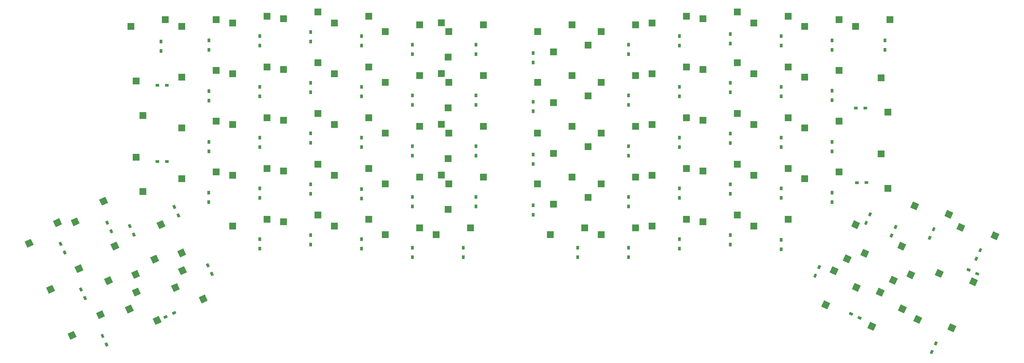
<source format=gbp>
%TF.GenerationSoftware,KiCad,Pcbnew,(5.1.9)-1*%
%TF.CreationDate,2021-02-19T15:09:25+09:00*%
%TF.ProjectId,ErgoDOX,4572676f-444f-4582-9e6b-696361645f70,rev?*%
%TF.SameCoordinates,Original*%
%TF.FileFunction,Paste,Bot*%
%TF.FilePolarity,Positive*%
%FSLAX46Y46*%
G04 Gerber Fmt 4.6, Leading zero omitted, Abs format (unit mm)*
G04 Created by KiCad (PCBNEW (5.1.9)-1) date 2021-02-19 15:09:25*
%MOMM*%
%LPD*%
G01*
G04 APERTURE LIST*
%ADD10R,2.550000X2.500000*%
%ADD11C,0.150000*%
%ADD12R,2.500000X2.550000*%
%ADD13R,1.000000X1.400000*%
%ADD14R,1.400000X1.000000*%
G04 APERTURE END LIST*
D10*
%TO.C,SW2:11*%
X153574750Y-116151660D03*
X140647750Y-118691660D03*
%TD*%
%TO.C,SW5:7*%
X77374750Y-60274200D03*
X64447750Y-62814200D03*
%TD*%
%TO.C,SW1:13*%
X191674750Y-138376660D03*
X178747750Y-140916660D03*
%TD*%
D11*
%TO.C,D0:9*%
G36*
X46530217Y-161936168D02*
G01*
X45623909Y-162358787D01*
X45032243Y-161089956D01*
X45938551Y-160667337D01*
X46530217Y-161936168D01*
G37*
G36*
X48033202Y-165153321D02*
G01*
X47126894Y-165575940D01*
X46535228Y-164307109D01*
X47441536Y-163884490D01*
X48033202Y-165153321D01*
G37*
%TD*%
D12*
%TO.C,SW3:132*%
X180746400Y-99517200D03*
X183286400Y-112444200D03*
%TD*%
D10*
%TO.C,SW3:10*%
X134524750Y-95504000D03*
X121597750Y-98044000D03*
%TD*%
%TO.C,SW3:8*%
X96424750Y-98371660D03*
X83497750Y-100911660D03*
%TD*%
%TO.C,SW4:12*%
X172624750Y-81226660D03*
X159697750Y-83766660D03*
%TD*%
D11*
%TO.C,SX0:2*%
G36*
X345676938Y-164244464D02*
G01*
X343411169Y-163187919D01*
X344488846Y-160876834D01*
X346754615Y-161933379D01*
X345676938Y-164244464D01*
G37*
G36*
X342515774Y-177033755D02*
G01*
X340250005Y-175977210D01*
X341327682Y-173666125D01*
X343593451Y-174722670D01*
X342515774Y-177033755D01*
G37*
%TD*%
D12*
%TO.C,SW4:6*%
X347980000Y-95021400D03*
X345440000Y-82094400D03*
%TD*%
D10*
%TO.C,SW5:4*%
X310642000Y-59004200D03*
X297715000Y-61544200D03*
%TD*%
%TO.C,SW2:2*%
X272542000Y-116154200D03*
X259615000Y-118694200D03*
%TD*%
%TO.C,SW5:2*%
X272542000Y-59004200D03*
X259615000Y-61544200D03*
%TD*%
%TO.C,SW1:1*%
X253492000Y-138379200D03*
X240565000Y-140919200D03*
%TD*%
D11*
%TO.C,SX0:3*%
G36*
X328404938Y-156192664D02*
G01*
X326139169Y-155136119D01*
X327216846Y-152825034D01*
X329482615Y-153881579D01*
X328404938Y-156192664D01*
G37*
G36*
X325243774Y-168981955D02*
G01*
X322978005Y-167925410D01*
X324055682Y-165614325D01*
X326321451Y-166670870D01*
X325243774Y-168981955D01*
G37*
%TD*%
%TO.C,SX1:5*%
G36*
X336456738Y-138920664D02*
G01*
X334190969Y-137864119D01*
X335268646Y-135553034D01*
X337534415Y-136609579D01*
X336456738Y-138920664D01*
G37*
G36*
X333295574Y-151709955D02*
G01*
X331029805Y-150653410D01*
X332107482Y-148342325D01*
X334373251Y-149398870D01*
X333295574Y-151709955D01*
G37*
%TD*%
%TO.C,SW0:3*%
G36*
X335525662Y-159072136D02*
G01*
X337791431Y-160128681D01*
X336713754Y-162439766D01*
X334447985Y-161383221D01*
X335525662Y-159072136D01*
G37*
G36*
X338686826Y-146282845D02*
G01*
X340952595Y-147339390D01*
X339874918Y-149650475D01*
X337609149Y-148593930D01*
X338686826Y-146282845D01*
G37*
%TD*%
%TO.C,SX1:6*%
G36*
X353728738Y-146972464D02*
G01*
X351462969Y-145915919D01*
X352540646Y-143604834D01*
X354806415Y-144661379D01*
X353728738Y-146972464D01*
G37*
G36*
X350567574Y-159761755D02*
G01*
X348301805Y-158705210D01*
X349379482Y-156394125D01*
X351645251Y-157450670D01*
X350567574Y-159761755D01*
G37*
%TD*%
%TO.C,SW0:2*%
G36*
X352772262Y-167123936D02*
G01*
X355038031Y-168180481D01*
X353960354Y-170491566D01*
X351694585Y-169435021D01*
X352772262Y-167123936D01*
G37*
G36*
X355933426Y-154334645D02*
G01*
X358199195Y-155391190D01*
X357121518Y-157702275D01*
X354855749Y-156645730D01*
X355933426Y-154334645D01*
G37*
%TD*%
%TO.C,SW0:1*%
G36*
X370222336Y-176512938D02*
G01*
X371278881Y-174247169D01*
X373589966Y-175324846D01*
X372533421Y-177590615D01*
X370222336Y-176512938D01*
G37*
G36*
X357433045Y-173351774D02*
G01*
X358489590Y-171086005D01*
X360800675Y-172163682D01*
X359744130Y-174429451D01*
X357433045Y-173351774D01*
G37*
%TD*%
%TO.C,SW0:4*%
G36*
X378299536Y-159240938D02*
G01*
X379356081Y-156975169D01*
X381667166Y-158052846D01*
X380610621Y-160318615D01*
X378299536Y-159240938D01*
G37*
G36*
X365510245Y-156079774D02*
G01*
X366566790Y-153814005D01*
X368877875Y-154891682D01*
X367821330Y-157157451D01*
X365510245Y-156079774D01*
G37*
%TD*%
%TO.C,SW0:6*%
G36*
X386351336Y-141968938D02*
G01*
X387407881Y-139703169D01*
X389718966Y-140780846D01*
X388662421Y-143046615D01*
X386351336Y-141968938D01*
G37*
G36*
X373562045Y-138807774D02*
G01*
X374618590Y-136542005D01*
X376929675Y-137619682D01*
X375873130Y-139885451D01*
X373562045Y-138807774D01*
G37*
%TD*%
%TO.C,SW0:5*%
G36*
X369079336Y-133917138D02*
G01*
X370135881Y-131651369D01*
X372446966Y-132729046D01*
X371390421Y-134994815D01*
X369079336Y-133917138D01*
G37*
G36*
X356290045Y-130755974D02*
G01*
X357346590Y-128490205D01*
X359657675Y-129567882D01*
X358601130Y-131833651D01*
X356290045Y-130755974D01*
G37*
%TD*%
D10*
%TO.C,SW1:0*%
X234442000Y-138379200D03*
X221515000Y-140919200D03*
%TD*%
%TO.C,SW3:5*%
X329692000Y-98374200D03*
X316765000Y-100914200D03*
%TD*%
%TO.C,SW3:4*%
X310642000Y-97104200D03*
X297715000Y-99644200D03*
%TD*%
%TO.C,SW3:3*%
X291592000Y-95504000D03*
X278665000Y-98044000D03*
%TD*%
%TO.C,SW3:14*%
X222758000Y-110439200D03*
X235685000Y-107899200D03*
%TD*%
%TO.C,SW3:2*%
X272542000Y-97104200D03*
X259615000Y-99644200D03*
%TD*%
%TO.C,SW3:1*%
X253492000Y-100279200D03*
X240565000Y-102819200D03*
%TD*%
%TO.C,SW3:0*%
X229666800Y-100279200D03*
X216739800Y-102819200D03*
%TD*%
%TO.C,SW1:4*%
X310642000Y-135204200D03*
X297715000Y-137744200D03*
%TD*%
%TO.C,SW1:3*%
X291592000Y-133604000D03*
X278665000Y-136144000D03*
%TD*%
%TO.C,SW1:2*%
X272542000Y-135204200D03*
X259615000Y-137744200D03*
%TD*%
%TO.C,SW2:14*%
X222758000Y-129489200D03*
X235685000Y-126949200D03*
%TD*%
D12*
%TO.C,SW2:6*%
X347980000Y-123571000D03*
X345440000Y-110644000D03*
%TD*%
D10*
%TO.C,SW2:5*%
X329692000Y-117424200D03*
X316765000Y-119964200D03*
%TD*%
%TO.C,SW2:4*%
X310642000Y-116154200D03*
X297715000Y-118694200D03*
%TD*%
%TO.C,SW2:3*%
X291592000Y-114554000D03*
X278665000Y-117094000D03*
%TD*%
%TO.C,SW2:1*%
X253492000Y-119329200D03*
X240565000Y-121869200D03*
%TD*%
%TO.C,SW2:0*%
X229666800Y-119329200D03*
X216739800Y-121869200D03*
%TD*%
%TO.C,SW4:14*%
X222758000Y-91389200D03*
X235685000Y-88849200D03*
%TD*%
%TO.C,SW4:0*%
X229692200Y-81229200D03*
X216765200Y-83769200D03*
%TD*%
%TO.C,SW4:3*%
X291592000Y-76454000D03*
X278665000Y-78994000D03*
%TD*%
%TO.C,SW4:5*%
X329692000Y-79324200D03*
X316765000Y-81864200D03*
%TD*%
%TO.C,SW4:4*%
X310642000Y-78054200D03*
X297715000Y-80594200D03*
%TD*%
%TO.C,SW4:2*%
X272542000Y-78054200D03*
X259615000Y-80594200D03*
%TD*%
%TO.C,SW4:1*%
X253492000Y-81229200D03*
X240565000Y-83769200D03*
%TD*%
%TO.C,SW5:14*%
X222732600Y-72339200D03*
X235659600Y-69799200D03*
%TD*%
%TO.C,SW5:0*%
X229692200Y-62179200D03*
X216765200Y-64719200D03*
%TD*%
D13*
%TO.C,D5:0*%
X215103710Y-72839580D03*
X215106250Y-76390500D03*
%TD*%
D10*
%TO.C,SW5:6*%
X348742000Y-60274200D03*
X335815000Y-62814200D03*
%TD*%
%TO.C,SW5:5*%
X329692000Y-60274200D03*
X316765000Y-62814200D03*
%TD*%
%TO.C,SW5:3*%
X291592000Y-57404000D03*
X278665000Y-59944000D03*
%TD*%
%TO.C,SW5:1*%
X253492000Y-62179200D03*
X240565000Y-64719200D03*
%TD*%
D11*
%TO.C,SX0:10*%
G36*
X89875306Y-164473419D02*
G01*
X92141075Y-163416874D01*
X93218752Y-165727959D01*
X90952983Y-166784504D01*
X89875306Y-164473419D01*
G37*
G36*
X82110098Y-153831029D02*
G01*
X84375867Y-152774484D01*
X85453544Y-155085569D01*
X83187775Y-156142114D01*
X82110098Y-153831029D01*
G37*
%TD*%
%TO.C,SX1:8*%
G36*
X81823506Y-147206499D02*
G01*
X84089275Y-146149954D01*
X85166952Y-148461039D01*
X82901183Y-149517584D01*
X81823506Y-147206499D01*
G37*
G36*
X74058298Y-136564109D02*
G01*
X76324067Y-135507564D01*
X77401744Y-137818649D01*
X75135975Y-138875194D01*
X74058298Y-136564109D01*
G37*
%TD*%
%TO.C,SW0:10*%
G36*
X75044354Y-150799001D02*
G01*
X72778585Y-151855546D01*
X71700908Y-149544461D01*
X73966677Y-148487916D01*
X75044354Y-150799001D01*
G37*
G36*
X82809562Y-161441391D02*
G01*
X80543793Y-162497936D01*
X79466116Y-160186851D01*
X81731885Y-159130306D01*
X82809562Y-161441391D01*
G37*
%TD*%
%TO.C,SX0:11*%
G36*
X72608386Y-172522679D02*
G01*
X74874155Y-171466134D01*
X75951832Y-173777219D01*
X73686063Y-174833764D01*
X72608386Y-172522679D01*
G37*
G36*
X64843178Y-161880289D02*
G01*
X67108947Y-160823744D01*
X68186624Y-163134829D01*
X65920855Y-164191374D01*
X64843178Y-161880289D01*
G37*
%TD*%
%TO.C,SX1:7*%
G36*
X64559126Y-155258299D02*
G01*
X66824895Y-154201754D01*
X67902572Y-156512839D01*
X65636803Y-157569384D01*
X64559126Y-155258299D01*
G37*
G36*
X56793918Y-144615909D02*
G01*
X59059687Y-143559364D01*
X60137364Y-145870449D01*
X57871595Y-146926994D01*
X56793918Y-144615909D01*
G37*
%TD*%
%TO.C,SW0:11*%
G36*
X57779974Y-158850801D02*
G01*
X55514205Y-159907346D01*
X54436528Y-157596261D01*
X56702297Y-156539716D01*
X57779974Y-158850801D01*
G37*
G36*
X65545182Y-169493191D02*
G01*
X63279413Y-170549736D01*
X62201736Y-168238651D01*
X64467505Y-167182106D01*
X65545182Y-169493191D01*
G37*
%TD*%
%TO.C,SW0:12*%
G36*
X52463229Y-172652744D02*
G01*
X51406684Y-170386975D01*
X53717769Y-169309298D01*
X54774314Y-171575067D01*
X52463229Y-172652744D01*
G37*
G36*
X41820839Y-180417952D02*
G01*
X40764294Y-178152183D01*
X43075379Y-177074506D01*
X44131924Y-179340275D01*
X41820839Y-180417952D01*
G37*
%TD*%
%TO.C,SW0:9*%
G36*
X44411429Y-155385824D02*
G01*
X43354884Y-153120055D01*
X45665969Y-152042378D01*
X46722514Y-154308147D01*
X44411429Y-155385824D01*
G37*
G36*
X33769039Y-163151032D02*
G01*
X32712494Y-160885263D01*
X35023579Y-159807586D01*
X36080124Y-162073355D01*
X33769039Y-163151032D01*
G37*
%TD*%
%TO.C,SW0:7*%
G36*
X36362169Y-138121444D02*
G01*
X35305624Y-135855675D01*
X37616709Y-134777998D01*
X38673254Y-137043767D01*
X36362169Y-138121444D01*
G37*
G36*
X25719779Y-145886652D02*
G01*
X24663234Y-143620883D01*
X26974319Y-142543206D01*
X28030864Y-144808975D01*
X25719779Y-145886652D01*
G37*
%TD*%
%TO.C,SW0:8*%
G36*
X53626549Y-130072184D02*
G01*
X52570004Y-127806415D01*
X54881089Y-126728738D01*
X55937634Y-128994507D01*
X53626549Y-130072184D01*
G37*
G36*
X42984159Y-137837392D02*
G01*
X41927614Y-135571623D01*
X44238699Y-134493946D01*
X45295244Y-136759715D01*
X42984159Y-137837392D01*
G37*
%TD*%
D10*
%TO.C,SW1:12*%
X172624750Y-138376660D03*
X159697750Y-140916660D03*
%TD*%
%TO.C,SW1:11*%
X153574750Y-135201660D03*
X140647750Y-137741660D03*
%TD*%
%TO.C,SW1:10*%
X134524750Y-133604000D03*
X121597750Y-136144000D03*
%TD*%
%TO.C,SW1:9*%
X115474750Y-135201660D03*
X102547750Y-137741660D03*
%TD*%
D12*
%TO.C,SW2:132*%
X180746400Y-118567200D03*
X183286400Y-131494200D03*
%TD*%
D10*
%TO.C,SW2:13*%
X196437250Y-119326660D03*
X183510250Y-121866660D03*
%TD*%
%TO.C,SW2:9*%
X115474750Y-116151660D03*
X102547750Y-118691660D03*
%TD*%
%TO.C,SW2:12*%
X172624750Y-119326660D03*
X159697750Y-121866660D03*
%TD*%
%TO.C,SW2:10*%
X134524750Y-114554000D03*
X121597750Y-117094000D03*
%TD*%
%TO.C,SW2:8*%
X96424750Y-117421660D03*
X83497750Y-119961660D03*
%TD*%
D12*
%TO.C,SW2:7*%
X66452750Y-111897160D03*
X68992750Y-124824160D03*
%TD*%
D10*
%TO.C,SW3:13*%
X196437250Y-100276660D03*
X183510250Y-102816660D03*
%TD*%
%TO.C,SW3:12*%
X172624750Y-100276660D03*
X159697750Y-102816660D03*
%TD*%
%TO.C,SW3:11*%
X153574750Y-97101660D03*
X140647750Y-99641660D03*
%TD*%
%TO.C,SW3:9*%
X115474750Y-97101660D03*
X102547750Y-99641660D03*
%TD*%
%TO.C,SW4:11*%
X153574750Y-78051660D03*
X140647750Y-80591660D03*
%TD*%
D12*
%TO.C,SW4:132*%
X180746400Y-80464660D03*
X183286400Y-93391660D03*
%TD*%
D10*
%TO.C,SW4:13*%
X196437250Y-81226660D03*
X183510250Y-83766660D03*
%TD*%
%TO.C,SW4:10*%
X134524750Y-76454000D03*
X121597750Y-78994000D03*
%TD*%
%TO.C,SW4:9*%
X115474750Y-78051660D03*
X102547750Y-80591660D03*
%TD*%
%TO.C,SW4:8*%
X96424750Y-79321660D03*
X83497750Y-81861660D03*
%TD*%
D12*
%TO.C,SW4:7*%
X66452750Y-83322160D03*
X68992750Y-96249160D03*
%TD*%
D10*
%TO.C,SW5:13*%
X196437250Y-62179200D03*
X183510250Y-64719200D03*
%TD*%
D12*
%TO.C,SW5:132*%
X180746400Y-61417200D03*
X183286400Y-74344200D03*
%TD*%
D13*
%TO.C,D5:13*%
X193672460Y-69664580D03*
X193675000Y-73215500D03*
%TD*%
D10*
%TO.C,SW5:12*%
X172624750Y-62179200D03*
X159697750Y-64719200D03*
%TD*%
%TO.C,SW5:11*%
X153574750Y-59001660D03*
X140647750Y-61541660D03*
%TD*%
%TO.C,SW5:10*%
X134524750Y-57404000D03*
X121597750Y-59944000D03*
%TD*%
D13*
%TO.C,D5:12*%
X169859960Y-69664580D03*
X169862500Y-73215500D03*
%TD*%
%TO.C,D5:11*%
X150809960Y-66489580D03*
X150812500Y-70040500D03*
%TD*%
%TO.C,D5:10*%
X131759960Y-64902080D03*
X131762500Y-68453000D03*
%TD*%
%TO.C,D5:9*%
X112709960Y-66489580D03*
X112712500Y-70040500D03*
%TD*%
%TO.C,D5:8*%
X93659960Y-68077080D03*
X93662500Y-71628000D03*
%TD*%
%TO.C,D5:7*%
X75740260Y-68483480D03*
X75742800Y-72034400D03*
%TD*%
%TO.C,D5:1*%
X250822460Y-69664580D03*
X250825000Y-73215500D03*
%TD*%
%TO.C,D5:2*%
X269872460Y-66489580D03*
X269875000Y-70040500D03*
%TD*%
%TO.C,D5:3*%
X288922460Y-65695830D03*
X288925000Y-69246750D03*
%TD*%
%TO.C,D5:4*%
X307972460Y-66489580D03*
X307975000Y-70040500D03*
%TD*%
%TO.C,D5:5*%
X327022460Y-68077080D03*
X327025000Y-71628000D03*
%TD*%
%TO.C,D5:6*%
X346866210Y-68077080D03*
X346868750Y-71628000D03*
%TD*%
%TO.C,D4:0*%
X215103710Y-91095830D03*
X215106250Y-94646750D03*
%TD*%
%TO.C,D4:13*%
X193672460Y-88714580D03*
X193675000Y-92265500D03*
%TD*%
%TO.C,D4:12*%
X169859960Y-88714580D03*
X169862500Y-92265500D03*
%TD*%
%TO.C,D4:11*%
X150809960Y-85539580D03*
X150812500Y-89090500D03*
%TD*%
%TO.C,D4:10*%
X131759960Y-83952080D03*
X131762500Y-87503000D03*
%TD*%
%TO.C,D4:9*%
X112709960Y-85539580D03*
X112712500Y-89090500D03*
%TD*%
%TO.C,D4:8*%
X93659960Y-87127080D03*
X93662500Y-90678000D03*
%TD*%
D14*
%TO.C,D4:7*%
X74427080Y-84933790D03*
X77978000Y-84931250D03*
%TD*%
D13*
%TO.C,D4:1*%
X250822460Y-88714580D03*
X250825000Y-92265500D03*
%TD*%
%TO.C,D4:2*%
X269872460Y-85539580D03*
X269875000Y-89090500D03*
%TD*%
%TO.C,D4:3*%
X288922460Y-83952080D03*
X288925000Y-87503000D03*
%TD*%
%TO.C,D4:4*%
X307972460Y-85539580D03*
X307975000Y-89090500D03*
%TD*%
%TO.C,D4:5*%
X327022460Y-86936580D03*
X327025000Y-90487500D03*
%TD*%
D14*
%TO.C,D4:6*%
X339440520Y-93418660D03*
X335889600Y-93421200D03*
%TD*%
D13*
%TO.C,D3:13*%
X193672460Y-107764580D03*
X193675000Y-111315500D03*
%TD*%
%TO.C,D3:12*%
X169859960Y-107764580D03*
X169862500Y-111315500D03*
%TD*%
%TO.C,D3:11*%
X150809960Y-104589580D03*
X150812500Y-108140500D03*
%TD*%
%TO.C,D3:10*%
X131759960Y-102925880D03*
X131762500Y-106476800D03*
%TD*%
%TO.C,D3:9*%
X112709960Y-104589580D03*
X112712500Y-108140500D03*
%TD*%
%TO.C,D3:8*%
X93659960Y-106177080D03*
X93662500Y-109728000D03*
%TD*%
%TO.C,D3:0*%
X215103710Y-110939580D03*
X215106250Y-114490500D03*
%TD*%
%TO.C,D3:1*%
X250822460Y-107764580D03*
X250825000Y-111315500D03*
%TD*%
%TO.C,D3:2*%
X269872460Y-104589580D03*
X269875000Y-108140500D03*
%TD*%
%TO.C,D3:3*%
X288922460Y-103002080D03*
X288925000Y-106553000D03*
%TD*%
%TO.C,D3:4*%
X307972460Y-104589580D03*
X307975000Y-108140500D03*
%TD*%
%TO.C,D3:5*%
X327022460Y-106177080D03*
X327025000Y-109728000D03*
%TD*%
%TO.C,D2:0*%
X215103710Y-129989580D03*
X215106250Y-133540500D03*
%TD*%
%TO.C,D2:13*%
X193672460Y-126814580D03*
X193675000Y-130365500D03*
%TD*%
%TO.C,D2:12*%
X169859960Y-126814580D03*
X169862500Y-130365500D03*
%TD*%
%TO.C,D2:11*%
X150812500Y-123825000D03*
X150815040Y-127375920D03*
%TD*%
%TO.C,D2:10*%
X131759960Y-122052080D03*
X131762500Y-125603000D03*
%TD*%
%TO.C,D2:9*%
X112709960Y-123639580D03*
X112712500Y-127190500D03*
%TD*%
%TO.C,D2:8*%
X93571060Y-125227080D03*
X93573600Y-128778000D03*
%TD*%
D14*
%TO.C,D2:7*%
X74427080Y-113508790D03*
X77978000Y-113506250D03*
%TD*%
D13*
%TO.C,D2:1*%
X250822460Y-126814580D03*
X250825000Y-130365500D03*
%TD*%
%TO.C,D2:2*%
X269872460Y-123639580D03*
X269875000Y-127190500D03*
%TD*%
%TO.C,D2:3*%
X288922460Y-122052080D03*
X288925000Y-125603000D03*
%TD*%
%TO.C,D2:4*%
X307972460Y-123639580D03*
X307975000Y-127190500D03*
%TD*%
%TO.C,D2:5*%
X327022460Y-125227080D03*
X327025000Y-128778000D03*
%TD*%
D14*
%TO.C,D2:6*%
X339910420Y-121441210D03*
X336359500Y-121443750D03*
%TD*%
D13*
%TO.C,D1:0*%
X231772460Y-145864580D03*
X231775000Y-149415500D03*
%TD*%
%TO.C,D1:13*%
X188909960Y-145864580D03*
X188912500Y-149415500D03*
%TD*%
%TO.C,D1:12*%
X169859960Y-145864580D03*
X169862500Y-149415500D03*
%TD*%
%TO.C,D1:11*%
X150809960Y-142689580D03*
X150812500Y-146240500D03*
%TD*%
%TO.C,D1:10*%
X131759960Y-141102080D03*
X131762500Y-144653000D03*
%TD*%
%TO.C,D1:9*%
X112709960Y-142689580D03*
X112712500Y-146240500D03*
%TD*%
D11*
%TO.C,D1:8*%
G36*
X81485783Y-133364232D02*
G01*
X82392091Y-132941613D01*
X82983757Y-134210444D01*
X82077449Y-134633063D01*
X81485783Y-133364232D01*
G37*
G36*
X79982798Y-130147079D02*
G01*
X80889106Y-129724460D01*
X81480772Y-130993291D01*
X80574464Y-131415910D01*
X79982798Y-130147079D01*
G37*
%TD*%
%TO.C,D1:7*%
G36*
X64823383Y-140527032D02*
G01*
X65729691Y-140104413D01*
X66321357Y-141373244D01*
X65415049Y-141795863D01*
X64823383Y-140527032D01*
G37*
G36*
X63320398Y-137309879D02*
G01*
X64226706Y-136887260D01*
X64818372Y-138156091D01*
X63912064Y-138578710D01*
X63320398Y-137309879D01*
G37*
%TD*%
D13*
%TO.C,D1:1*%
X250822460Y-145864580D03*
X250825000Y-149415500D03*
%TD*%
%TO.C,D1:2*%
X269872460Y-142689580D03*
X269875000Y-146240500D03*
%TD*%
%TO.C,D1:3*%
X288922460Y-141102080D03*
X288925000Y-144653000D03*
%TD*%
%TO.C,D1:4*%
X307975000Y-142875000D03*
X307977540Y-146425920D03*
%TD*%
D11*
%TO.C,D1:5*%
G36*
X339614463Y-135699660D02*
G01*
X340520771Y-136122279D01*
X339929105Y-137391110D01*
X339022797Y-136968491D01*
X339614463Y-135699660D01*
G37*
G36*
X341112844Y-132480360D02*
G01*
X342019152Y-132902979D01*
X341427486Y-134171810D01*
X340521178Y-133749191D01*
X341112844Y-132480360D01*
G37*
%TD*%
%TO.C,D1:6*%
G36*
X349139463Y-140462160D02*
G01*
X350045771Y-140884779D01*
X349454105Y-142153610D01*
X348547797Y-141730991D01*
X349139463Y-140462160D01*
G37*
G36*
X350637844Y-137242860D02*
G01*
X351544152Y-137665479D01*
X350952486Y-138934310D01*
X350046178Y-138511691D01*
X350637844Y-137242860D01*
G37*
%TD*%
%TO.C,D0:12*%
G36*
X54607417Y-179411368D02*
G01*
X53701109Y-179833987D01*
X53109443Y-178565156D01*
X54015751Y-178142537D01*
X54607417Y-179411368D01*
G37*
G36*
X56110402Y-182628521D02*
G01*
X55204094Y-183051140D01*
X54612428Y-181782309D01*
X55518736Y-181359690D01*
X56110402Y-182628521D01*
G37*
%TD*%
%TO.C,D0:11*%
G36*
X77862168Y-171096983D02*
G01*
X78284787Y-172003291D01*
X77015956Y-172594957D01*
X76593337Y-171688649D01*
X77862168Y-171096983D01*
G37*
G36*
X81079321Y-169593998D02*
G01*
X81501940Y-170500306D01*
X80233109Y-171091972D01*
X79810490Y-170185664D01*
X81079321Y-169593998D01*
G37*
%TD*%
%TO.C,D0:10*%
G36*
X94033383Y-155259032D02*
G01*
X94939691Y-154836413D01*
X95531357Y-156105244D01*
X94625049Y-156527863D01*
X94033383Y-155259032D01*
G37*
G36*
X92530398Y-152041879D02*
G01*
X93436706Y-151619260D01*
X94028372Y-152888091D01*
X93122064Y-153310710D01*
X92530398Y-152041879D01*
G37*
%TD*%
%TO.C,D0:8*%
G36*
X56353667Y-136929868D02*
G01*
X55447359Y-137352487D01*
X54855693Y-136083656D01*
X55762001Y-135661037D01*
X56353667Y-136929868D01*
G37*
G36*
X57856652Y-140147021D02*
G01*
X56950344Y-140569640D01*
X56358678Y-139300809D01*
X57264986Y-138878190D01*
X57856652Y-140147021D01*
G37*
%TD*%
%TO.C,D0:7*%
G36*
X38891167Y-144867368D02*
G01*
X37984859Y-145289987D01*
X37393193Y-144021156D01*
X38299501Y-143598537D01*
X38891167Y-144867368D01*
G37*
G36*
X40394152Y-148084521D02*
G01*
X39487844Y-148507140D01*
X38896178Y-147238309D01*
X39802486Y-146815690D01*
X40394152Y-148084521D01*
G37*
%TD*%
%TO.C,D0:1*%
G36*
X366029287Y-182594090D02*
G01*
X365122979Y-182171471D01*
X365714645Y-180902640D01*
X366620953Y-181325259D01*
X366029287Y-182594090D01*
G37*
G36*
X364530906Y-185813390D02*
G01*
X363624598Y-185390771D01*
X364216264Y-184121940D01*
X365122572Y-184544559D01*
X364530906Y-185813390D01*
G37*
%TD*%
%TO.C,D0:2*%
G36*
X336518410Y-172354287D02*
G01*
X336941029Y-171447979D01*
X338209860Y-172039645D01*
X337787241Y-172945953D01*
X336518410Y-172354287D01*
G37*
G36*
X333299110Y-170855906D02*
G01*
X333721729Y-169949598D01*
X334990560Y-170541264D01*
X334567941Y-171447572D01*
X333299110Y-170855906D01*
G37*
%TD*%
%TO.C,D0:3*%
G36*
X322373037Y-154019090D02*
G01*
X321466729Y-153596471D01*
X322058395Y-152327640D01*
X322964703Y-152750259D01*
X322373037Y-154019090D01*
G37*
G36*
X320874656Y-157238390D02*
G01*
X319968348Y-156815771D01*
X320560014Y-155546940D01*
X321466322Y-155969559D01*
X320874656Y-157238390D01*
G37*
%TD*%
%TO.C,D0:4*%
G36*
X380542960Y-155793487D02*
G01*
X380965579Y-154887179D01*
X382234410Y-155478845D01*
X381811791Y-156385153D01*
X380542960Y-155793487D01*
G37*
G36*
X377323660Y-154295106D02*
G01*
X377746279Y-153388798D01*
X379015110Y-153980464D01*
X378592491Y-154886772D01*
X377323660Y-154295106D01*
G37*
%TD*%
%TO.C,D0:5*%
G36*
X365235537Y-139731590D02*
G01*
X364329229Y-139308971D01*
X364920895Y-138040140D01*
X365827203Y-138462759D01*
X365235537Y-139731590D01*
G37*
G36*
X363737156Y-142950890D02*
G01*
X362830848Y-142528271D01*
X363422514Y-141259440D01*
X364328822Y-141682059D01*
X363737156Y-142950890D01*
G37*
%TD*%
%TO.C,D0:6*%
G36*
X382698037Y-147669090D02*
G01*
X381791729Y-147246471D01*
X382383395Y-145977640D01*
X383289703Y-146400259D01*
X382698037Y-147669090D01*
G37*
G36*
X381199656Y-150888390D02*
G01*
X380293348Y-150465771D01*
X380885014Y-149196940D01*
X381791322Y-149619559D01*
X381199656Y-150888390D01*
G37*
%TD*%
D10*
%TO.C,SW5:9*%
X115474750Y-59001660D03*
X102547750Y-61541660D03*
%TD*%
%TO.C,SW5:8*%
X96424750Y-60274200D03*
X83497750Y-62814200D03*
%TD*%
M02*

</source>
